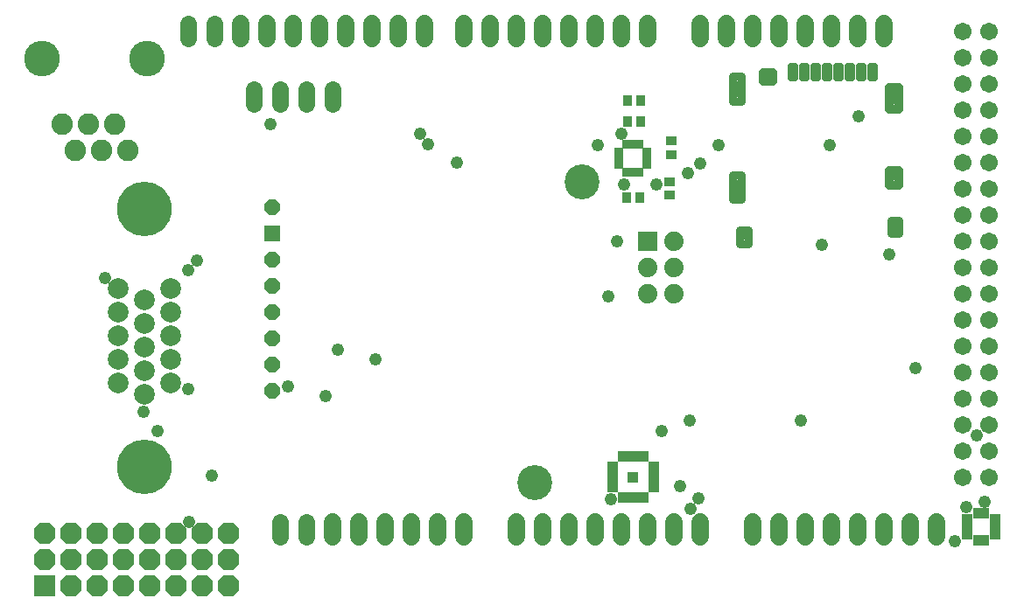
<source format=gts>
G75*
G70*
%OFA0B0*%
%FSLAX24Y24*%
%IPPOS*%
%LPD*%
%AMOC8*
5,1,8,0,0,1.08239X$1,22.5*
%
%ADD10C,0.1330*%
%ADD11C,0.0674*%
%ADD12C,0.0674*%
%ADD13C,0.0640*%
%ADD14C,0.0740*%
%ADD15R,0.0740X0.0740*%
%ADD16C,0.0197*%
%ADD17C,0.0345*%
%ADD18C,0.0316*%
%ADD19R,0.0198X0.0395*%
%ADD20R,0.0395X0.0198*%
%ADD21R,0.0394X0.0394*%
%ADD22C,0.0820*%
%ADD23C,0.1360*%
%ADD24R,0.0190X0.0336*%
%ADD25R,0.0336X0.0190*%
%ADD26R,0.0356X0.0434*%
%ADD27R,0.0434X0.0356*%
%ADD28R,0.0820X0.0820*%
%ADD29OC8,0.0820*%
%ADD30OC8,0.0595*%
%ADD31R,0.0595X0.0595*%
%ADD32C,0.0789*%
%ADD33C,0.2080*%
%ADD34C,0.0480*%
D10*
X021575Y004900D03*
X023375Y016350D03*
D11*
X022875Y021803D02*
X022875Y022397D01*
X023875Y022397D02*
X023875Y021803D01*
X024875Y021803D02*
X024875Y022397D01*
X025875Y022397D02*
X025875Y021803D01*
X027875Y021803D02*
X027875Y022397D01*
X028875Y022397D02*
X028875Y021803D01*
X029875Y021803D02*
X029875Y022397D01*
X030875Y022397D02*
X030875Y021803D01*
X031875Y021803D02*
X031875Y022397D01*
X032875Y022397D02*
X032875Y021803D01*
X033875Y021803D02*
X033875Y022397D01*
X034875Y022397D02*
X034875Y021803D01*
X021875Y021803D02*
X021875Y022397D01*
X020875Y022397D02*
X020875Y021803D01*
X019875Y021803D02*
X019875Y022397D01*
X018875Y022397D02*
X018875Y021803D01*
X017375Y021803D02*
X017375Y022397D01*
X016375Y022397D02*
X016375Y021803D01*
X015375Y021803D02*
X015375Y022397D01*
X014375Y022397D02*
X014375Y021803D01*
X013375Y021803D02*
X013375Y022397D01*
X012375Y022397D02*
X012375Y021803D01*
X011375Y021803D02*
X011375Y022397D01*
X010375Y022397D02*
X010375Y021803D01*
X010375Y022397D01*
X013875Y003397D02*
X013875Y002803D01*
X014875Y002803D02*
X014875Y003397D01*
X015875Y003397D02*
X015875Y002803D01*
X016875Y002803D02*
X016875Y003397D01*
X017875Y003397D02*
X017875Y002803D01*
X018875Y002803D02*
X018875Y003397D01*
X020875Y003397D02*
X020875Y002803D01*
X021875Y002803D02*
X021875Y003397D01*
X022875Y003397D02*
X022875Y002803D01*
X023875Y002803D02*
X023875Y003397D01*
X024875Y003397D02*
X024875Y002803D01*
X025875Y002803D02*
X025875Y003397D01*
X026875Y003397D02*
X026875Y002803D01*
X027875Y002803D02*
X027875Y003397D01*
X029875Y003397D02*
X029875Y002803D01*
X030875Y002803D02*
X030875Y003397D01*
X031875Y003397D02*
X031875Y002803D01*
X032875Y002803D02*
X032875Y003397D01*
X033875Y003397D02*
X033875Y002803D01*
X034875Y002803D02*
X034875Y003397D01*
X035875Y003397D02*
X035875Y002803D01*
X036875Y002803D02*
X036875Y003397D01*
D12*
X037875Y005100D03*
X038875Y005100D03*
X038875Y006100D03*
X037875Y006100D03*
X037875Y007100D03*
X038875Y007100D03*
X038875Y008100D03*
X037875Y008100D03*
X037875Y009100D03*
X038875Y009100D03*
X038875Y010100D03*
X038875Y011100D03*
X037875Y011100D03*
X037875Y010100D03*
X037875Y012100D03*
X038875Y012100D03*
X038875Y013100D03*
X037875Y013100D03*
X037875Y014100D03*
X038875Y014100D03*
X038875Y015100D03*
X037875Y015100D03*
X037875Y016100D03*
X038875Y016100D03*
X038875Y017100D03*
X038875Y018100D03*
X037875Y018100D03*
X037875Y017100D03*
X037875Y019100D03*
X038875Y019100D03*
X038875Y020100D03*
X037875Y020100D03*
X037875Y021100D03*
X038875Y021100D03*
X038875Y022100D03*
X037875Y022100D03*
D13*
X013875Y019880D02*
X013875Y019320D01*
X012875Y019320D02*
X012875Y019880D01*
X011875Y019880D02*
X011875Y019320D01*
X010875Y019320D02*
X010875Y019880D01*
X009375Y021820D02*
X009375Y022380D01*
X008375Y022380D02*
X008375Y021820D01*
X011875Y003380D02*
X011875Y002820D01*
X012875Y002820D02*
X012875Y003380D01*
D14*
X025875Y012100D03*
X026875Y012100D03*
X026875Y013100D03*
X025875Y013100D03*
X026875Y014100D03*
D15*
X025875Y014100D03*
D16*
X031327Y020785D02*
X031525Y020785D01*
X031525Y020271D01*
X031327Y020271D01*
X031327Y020785D01*
X031327Y020467D02*
X031525Y020467D01*
X031525Y020663D02*
X031327Y020663D01*
X031760Y020271D02*
X031958Y020271D01*
X031760Y020271D02*
X031760Y020785D01*
X031958Y020785D01*
X031958Y020271D01*
X031958Y020467D02*
X031760Y020467D01*
X031760Y020663D02*
X031958Y020663D01*
X032193Y020271D02*
X032391Y020271D01*
X032193Y020271D02*
X032193Y020785D01*
X032391Y020785D01*
X032391Y020271D01*
X032391Y020467D02*
X032193Y020467D01*
X032193Y020663D02*
X032391Y020663D01*
X032626Y020271D02*
X032824Y020271D01*
X032626Y020271D02*
X032626Y020785D01*
X032824Y020785D01*
X032824Y020271D01*
X032824Y020467D02*
X032626Y020467D01*
X032626Y020663D02*
X032824Y020663D01*
X033059Y020271D02*
X033257Y020271D01*
X033059Y020271D02*
X033059Y020785D01*
X033257Y020785D01*
X033257Y020271D01*
X033257Y020467D02*
X033059Y020467D01*
X033059Y020663D02*
X033257Y020663D01*
X033492Y020271D02*
X033690Y020271D01*
X033492Y020271D02*
X033492Y020785D01*
X033690Y020785D01*
X033690Y020271D01*
X033690Y020467D02*
X033492Y020467D01*
X033492Y020663D02*
X033690Y020663D01*
X033925Y020271D02*
X034123Y020271D01*
X033925Y020271D02*
X033925Y020785D01*
X034123Y020785D01*
X034123Y020271D01*
X034123Y020467D02*
X033925Y020467D01*
X033925Y020663D02*
X034123Y020663D01*
X034358Y020271D02*
X034556Y020271D01*
X034358Y020271D02*
X034358Y020785D01*
X034556Y020785D01*
X034556Y020271D01*
X034556Y020467D02*
X034358Y020467D01*
X034358Y020663D02*
X034556Y020663D01*
D17*
X035097Y019125D02*
X035443Y019125D01*
X035097Y019125D02*
X035097Y019963D01*
X035443Y019963D01*
X035443Y019125D01*
X035443Y019469D02*
X035097Y019469D01*
X035097Y019813D02*
X035443Y019813D01*
X030664Y020168D02*
X030298Y020168D01*
X030298Y020514D01*
X030664Y020514D01*
X030664Y020168D01*
X030664Y020512D02*
X030298Y020512D01*
X035097Y016232D02*
X035443Y016232D01*
X035097Y016232D02*
X035097Y016794D01*
X035443Y016794D01*
X035443Y016232D01*
X035443Y016576D02*
X035097Y016576D01*
D18*
X035143Y014387D02*
X035457Y014387D01*
X035143Y014387D02*
X035143Y014899D01*
X035457Y014899D01*
X035457Y014387D01*
X035457Y014702D02*
X035143Y014702D01*
X029709Y013993D02*
X029395Y013993D01*
X029395Y014505D01*
X029709Y014505D01*
X029709Y013993D01*
X029709Y014308D02*
X029395Y014308D01*
X029433Y015667D02*
X029119Y015667D01*
X029119Y016611D01*
X029433Y016611D01*
X029433Y015667D01*
X029433Y015982D02*
X029119Y015982D01*
X029119Y016297D02*
X029433Y016297D01*
X029433Y019426D02*
X029119Y019426D01*
X029119Y020370D01*
X029433Y020370D01*
X029433Y019426D01*
X029433Y019741D02*
X029119Y019741D01*
X029119Y020056D02*
X029433Y020056D01*
D19*
X025817Y005887D03*
X025620Y005887D03*
X025423Y005887D03*
X025227Y005887D03*
X025030Y005887D03*
X024833Y005887D03*
X024833Y004313D03*
X025030Y004313D03*
X025227Y004313D03*
X025423Y004313D03*
X025620Y004313D03*
X025817Y004313D03*
X038378Y003702D03*
X038575Y003702D03*
X038772Y003702D03*
X038772Y002698D03*
X038575Y002698D03*
X038378Y002698D03*
D20*
X038044Y002806D03*
X038044Y003003D03*
X038044Y003200D03*
X038044Y003397D03*
X038044Y003594D03*
X039106Y003594D03*
X039106Y003397D03*
X039106Y003200D03*
X039106Y003003D03*
X039106Y002806D03*
X026112Y004608D03*
X026112Y004805D03*
X026112Y005002D03*
X026112Y005198D03*
X026112Y005395D03*
X026112Y005592D03*
X024538Y005592D03*
X024538Y005395D03*
X024538Y005198D03*
X024538Y005002D03*
X024538Y004805D03*
X024538Y004608D03*
D21*
X025325Y005100D03*
D22*
X006075Y017550D03*
X005075Y017550D03*
X004075Y017550D03*
X003575Y018550D03*
X004575Y018550D03*
X005575Y018550D03*
D23*
X006825Y021050D03*
X002825Y021050D03*
D24*
X025030Y017789D03*
X025227Y017789D03*
X025423Y017789D03*
X025620Y017789D03*
X025620Y016711D03*
X025423Y016711D03*
X025227Y016711D03*
X025030Y016711D03*
D25*
X024786Y016955D03*
X024786Y017152D03*
X024786Y017348D03*
X024786Y017545D03*
X025864Y017545D03*
X025864Y017348D03*
X025864Y017152D03*
X025864Y016955D03*
D26*
X025581Y015750D03*
X025069Y015750D03*
X025119Y018650D03*
X025631Y018650D03*
X025631Y019450D03*
X025119Y019450D03*
D27*
X026775Y017906D03*
X026775Y017394D03*
X026725Y016356D03*
X026725Y015844D03*
D28*
X002925Y000950D03*
D29*
X003925Y000950D03*
X004925Y000950D03*
X005925Y000950D03*
X006925Y000950D03*
X007925Y000950D03*
X008925Y000950D03*
X009925Y000950D03*
X009925Y001950D03*
X008925Y001950D03*
X007925Y001950D03*
X006925Y001950D03*
X005925Y001950D03*
X004925Y001950D03*
X003925Y001950D03*
X002925Y001950D03*
X002925Y002950D03*
X003925Y002950D03*
X004925Y002950D03*
X005925Y002950D03*
X006925Y002950D03*
X007925Y002950D03*
X008925Y002950D03*
X009925Y002950D03*
D30*
X011575Y008400D03*
X011575Y009400D03*
X011575Y010400D03*
X011575Y011400D03*
X011575Y012400D03*
X011575Y013400D03*
X011575Y015400D03*
D31*
X011575Y014400D03*
D32*
X007725Y012300D03*
X006725Y011850D03*
X007725Y011400D03*
X006725Y010950D03*
X007725Y010500D03*
X006725Y010050D03*
X007725Y009600D03*
X006725Y009150D03*
X007725Y008700D03*
X006725Y008250D03*
X005725Y008700D03*
X005725Y009600D03*
X005725Y010500D03*
X005725Y011400D03*
X005725Y012300D03*
D33*
X006725Y015320D03*
X006725Y005480D03*
D34*
X007225Y006850D03*
X006675Y007600D03*
X008375Y008450D03*
X012175Y008550D03*
X013625Y008200D03*
X015525Y009600D03*
X014075Y009950D03*
X008725Y013350D03*
X008375Y013000D03*
X005225Y012700D03*
X011525Y018550D03*
X017225Y018200D03*
X017525Y017800D03*
X018625Y017100D03*
X023975Y017750D03*
X024875Y018200D03*
X027425Y016700D03*
X027875Y017050D03*
X028575Y017750D03*
X026225Y016250D03*
X024975Y016250D03*
X024725Y014100D03*
X024375Y012000D03*
X027475Y007250D03*
X026425Y006850D03*
X027125Y004750D03*
X027825Y004300D03*
X027525Y003900D03*
X024475Y004250D03*
X031725Y007250D03*
X036075Y009250D03*
X038425Y006700D03*
X038725Y004150D03*
X038025Y003950D03*
X037575Y002650D03*
X035075Y013600D03*
X032525Y013950D03*
X032825Y017750D03*
X033925Y018850D03*
X009275Y005150D03*
X008425Y003400D03*
M02*

</source>
